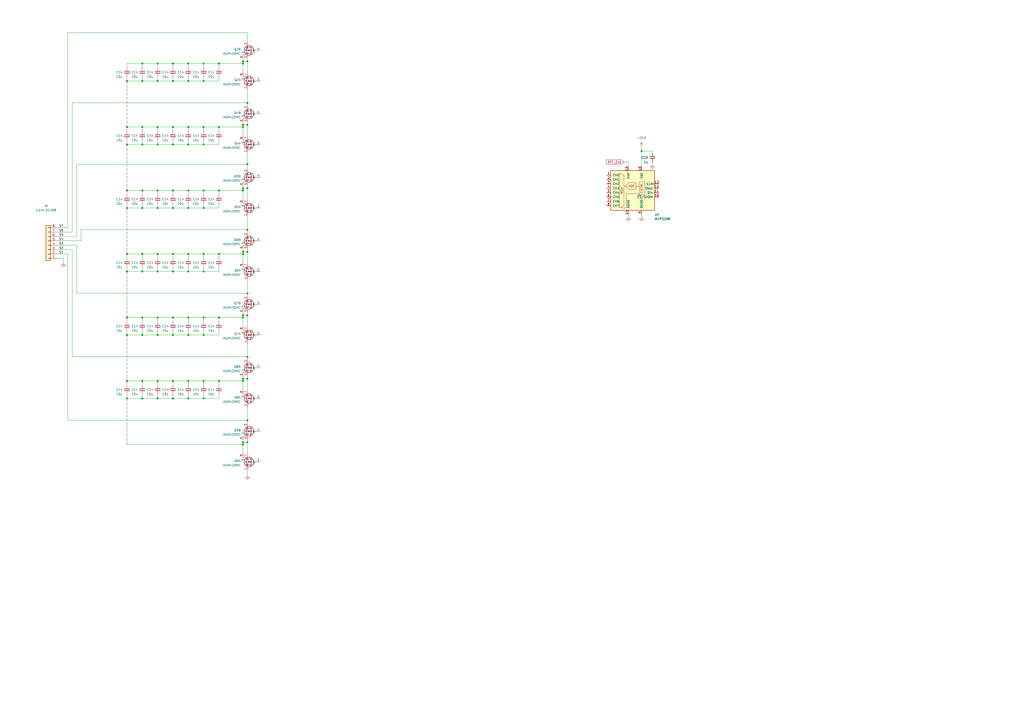
<source format=kicad_sch>
(kicad_sch (version 20230121) (generator eeschema)
  (paper "A2")
  (junction (at 118.11 194.31))
  (junction (at 118.11 220.98))
  (junction (at 118.11 46.99))
  (junction (at 82.55 147.32))
  (junction (at 91.44 110.49))
  (junction (at 82.55 194.31))
  (junction (at 118.11 231.14))
  (junction (at 143.51 207.01))
  (junction (at 100.33 73.66))
  (junction (at 140.97 35.56))
  (junction (at 143.51 35.56))
  (junction (at 118.11 83.82))
  (junction (at 73.66 110.49))
  (junction (at 140.97 257.81))
  (junction (at 91.44 231.14))
  (junction (at 140.97 184.15))
  (junction (at 109.22 36.83))
  (junction (at 91.44 36.83))
  (junction (at 109.22 231.14))
  (junction (at 91.44 157.48))
  (junction (at 82.55 184.15))
  (junction (at 118.11 73.66))
  (junction (at 118.11 120.65))
  (junction (at 127 73.66))
  (junction (at 143.51 243.84))
  (junction (at 82.55 73.66))
  (junction (at 143.51 219.71))
  (junction (at 143.51 256.54))
  (junction (at 73.66 231.14))
  (junction (at 118.11 147.32))
  (junction (at 140.97 110.49))
  (junction (at 100.33 120.65))
  (junction (at 127 147.32))
  (junction (at 143.51 72.39))
  (junction (at 143.51 182.88))
  (junction (at 82.55 157.48))
  (junction (at 73.66 157.48))
  (junction (at 127 36.83))
  (junction (at 140.97 109.22))
  (junction (at 82.55 83.82))
  (junction (at 140.97 220.98))
  (junction (at 109.22 147.32))
  (junction (at 100.33 194.31))
  (junction (at 109.22 194.31))
  (junction (at 100.33 83.82))
  (junction (at 109.22 46.99))
  (junction (at 143.51 170.18))
  (junction (at 109.22 73.66))
  (junction (at 91.44 194.31))
  (junction (at 109.22 110.49))
  (junction (at 91.44 83.82))
  (junction (at 91.44 184.15))
  (junction (at 140.97 147.32))
  (junction (at 143.51 109.22))
  (junction (at 91.44 120.65))
  (junction (at 91.44 46.99))
  (junction (at 143.51 133.35))
  (junction (at 100.33 220.98))
  (junction (at 100.33 231.14))
  (junction (at 127 220.98))
  (junction (at 100.33 184.15))
  (junction (at 109.22 120.65))
  (junction (at 73.66 147.32))
  (junction (at 73.66 120.65))
  (junction (at 73.66 184.15))
  (junction (at 91.44 220.98))
  (junction (at 82.55 110.49))
  (junction (at 91.44 73.66))
  (junction (at 118.11 110.49))
  (junction (at 143.51 146.05))
  (junction (at 82.55 36.83))
  (junction (at 127 110.49))
  (junction (at 118.11 157.48))
  (junction (at 140.97 72.39))
  (junction (at 118.11 184.15))
  (junction (at 143.51 95.25))
  (junction (at 140.97 73.66))
  (junction (at 73.66 83.82))
  (junction (at 100.33 36.83))
  (junction (at 109.22 220.98))
  (junction (at 109.22 184.15))
  (junction (at 140.97 182.88))
  (junction (at 73.66 220.98))
  (junction (at 143.51 59.69))
  (junction (at 100.33 46.99))
  (junction (at 140.97 219.71))
  (junction (at 91.44 147.32))
  (junction (at 73.66 73.66))
  (junction (at 100.33 157.48))
  (junction (at 109.22 83.82))
  (junction (at 118.11 36.83))
  (junction (at 140.97 256.54))
  (junction (at 372.11 87.63))
  (junction (at 100.33 110.49))
  (junction (at 82.55 46.99))
  (junction (at 73.66 46.99))
  (junction (at 127 184.15))
  (junction (at 82.55 231.14))
  (junction (at 82.55 220.98))
  (junction (at 100.33 147.32))
  (junction (at 82.55 120.65))
  (junction (at 140.97 146.05))
  (junction (at 109.22 157.48))
  (junction (at 73.66 194.31))
  (junction (at 140.97 36.83))
  (wire (pts (xy 140.97 218.44) (xy 140.97 219.71)))
  (wire (pts (xy 91.44 184.15) (xy 100.33 184.15)))
  (wire (pts (xy 127 220.98) (xy 127 223.52)))
  (wire (pts (xy 73.66 223.52) (xy 73.66 220.98)))
  (wire (pts (xy 143.51 236.22) (xy 143.51 243.84)))
  (wire (pts (xy 109.22 223.52) (xy 109.22 220.98)))
  (wire (pts (xy 100.33 81.28) (xy 100.33 83.82)))
  (wire (pts (xy 82.55 154.94) (xy 82.55 157.48)))
  (wire (pts (xy 39.37 19.05) (xy 143.51 19.05)))
  (wire (pts (xy 91.44 220.98) (xy 100.33 220.98)))
  (wire (pts (xy 143.51 95.25) (xy 143.51 97.79)))
  (wire (pts (xy 73.66 36.83) (xy 82.55 36.83)))
  (wire (pts (xy 118.11 110.49) (xy 118.11 113.03)))
  (wire (pts (xy 73.66 147.32) (xy 82.55 147.32)))
  (wire (pts (xy 143.51 59.69) (xy 143.51 60.96)))
  (wire (pts (xy 82.55 44.45) (xy 82.55 46.99)))
  (wire (pts (xy 118.11 83.82) (xy 118.11 81.28)))
  (wire (pts (xy 41.91 144.78) (xy 41.91 207.01)))
  (wire (pts (xy 33.02 144.78) (xy 41.91 144.78)))
  (wire (pts (xy 73.66 73.66) (xy 82.55 73.66)))
  (wire (pts (xy 364.49 124.46) (xy 364.49 125.73)))
  (wire (pts (xy 73.66 46.99) (xy 82.55 46.99)))
  (wire (pts (xy 143.51 19.05) (xy 143.51 24.13)))
  (wire (pts (xy 140.97 181.61) (xy 140.97 182.88)))
  (wire (pts (xy 100.33 73.66) (xy 109.22 73.66)))
  (wire (pts (xy 73.66 231.14) (xy 73.66 257.81)) (stroke (width 0) (type dash) (color 0 72 0 1)))
  (wire (pts (xy 33.02 139.7) (xy 46.99 139.7)))
  (wire (pts (xy 364.49 93.98) (xy 364.49 96.52)))
  (wire (pts (xy 73.66 120.65) (xy 73.66 118.11)))
  (wire (pts (xy 82.55 194.31) (xy 91.44 194.31)))
  (wire (pts (xy 73.66 46.99) (xy 73.66 44.45)))
  (wire (pts (xy 143.51 35.56) (xy 143.51 41.91)))
  (wire (pts (xy 118.11 36.83) (xy 127 36.83)))
  (wire (pts (xy 378.46 95.25) (xy 378.46 93.98)))
  (wire (pts (xy 33.02 137.16) (xy 44.45 137.16)))
  (wire (pts (xy 100.33 154.94) (xy 100.33 157.48)))
  (wire (pts (xy 91.44 120.65) (xy 91.44 118.11)))
  (wire (pts (xy 91.44 231.14) (xy 91.44 228.6)))
  (wire (pts (xy 118.11 220.98) (xy 118.11 223.52)))
  (wire (pts (xy 127 73.66) (xy 127 76.2)))
  (wire (pts (xy 91.44 39.37) (xy 91.44 36.83)))
  (wire (pts (xy 143.51 35.56) (xy 140.97 35.56)))
  (wire (pts (xy 82.55 83.82) (xy 91.44 83.82)))
  (wire (pts (xy 91.44 231.14) (xy 100.33 231.14)))
  (wire (pts (xy 143.51 255.27) (xy 143.51 256.54)))
  (wire (pts (xy 143.51 107.95) (xy 143.51 109.22)))
  (wire (pts (xy 143.51 219.71) (xy 143.51 226.06)))
  (wire (pts (xy 73.66 120.65) (xy 82.55 120.65)))
  (wire (pts (xy 118.11 110.49) (xy 127 110.49)))
  (wire (pts (xy 143.51 199.39) (xy 143.51 207.01)))
  (wire (pts (xy 127 191.77) (xy 127 194.31)))
  (wire (pts (xy 36.83 149.86) (xy 33.02 149.86)))
  (wire (pts (xy 100.33 194.31) (xy 109.22 194.31)))
  (wire (pts (xy 109.22 120.65) (xy 118.11 120.65)))
  (wire (pts (xy 109.22 39.37) (xy 109.22 36.83)))
  (wire (pts (xy 46.99 133.35) (xy 143.51 133.35)))
  (wire (pts (xy 100.33 228.6) (xy 100.33 231.14)))
  (wire (pts (xy 91.44 147.32) (xy 100.33 147.32)))
  (wire (pts (xy 140.97 144.78) (xy 140.97 146.05)))
  (wire (pts (xy 82.55 73.66) (xy 82.55 76.2)))
  (wire (pts (xy 73.66 46.99) (xy 73.66 73.66)) (stroke (width 0) (type dash) (color 0 72 0 1)))
  (wire (pts (xy 100.33 73.66) (xy 100.33 76.2)))
  (wire (pts (xy 143.51 146.05) (xy 140.97 146.05)))
  (wire (pts (xy 143.51 256.54) (xy 140.97 256.54)))
  (wire (pts (xy 82.55 36.83) (xy 91.44 36.83)))
  (wire (pts (xy 109.22 83.82) (xy 118.11 83.82)))
  (wire (pts (xy 127 36.83) (xy 140.97 36.83)))
  (wire (pts (xy 143.51 133.35) (xy 143.51 134.62)))
  (wire (pts (xy 82.55 231.14) (xy 91.44 231.14)))
  (wire (pts (xy 44.45 142.24) (xy 44.45 170.18)))
  (wire (pts (xy 91.44 194.31) (xy 91.44 191.77)))
  (wire (pts (xy 143.51 182.88) (xy 140.97 182.88)))
  (wire (pts (xy 143.51 146.05) (xy 143.51 152.4)))
  (wire (pts (xy 109.22 46.99) (xy 109.22 44.45)))
  (wire (pts (xy 143.51 88.9) (xy 143.51 95.25)))
  (wire (pts (xy 140.97 147.32) (xy 140.97 152.4)))
  (wire (pts (xy 109.22 36.83) (xy 118.11 36.83)))
  (wire (pts (xy 140.97 219.71) (xy 140.97 220.98)))
  (wire (pts (xy 140.97 256.54) (xy 140.97 257.81)))
  (wire (pts (xy 118.11 36.83) (xy 118.11 39.37)))
  (wire (pts (xy 33.02 147.32) (xy 39.37 147.32)))
  (wire (pts (xy 100.33 46.99) (xy 109.22 46.99)))
  (wire (pts (xy 140.97 220.98) (xy 140.97 226.06)))
  (wire (pts (xy 91.44 73.66) (xy 100.33 73.66)))
  (wire (pts (xy 100.33 110.49) (xy 109.22 110.49)))
  (wire (pts (xy 33.02 134.62) (xy 41.91 134.62)))
  (wire (pts (xy 118.11 73.66) (xy 127 73.66)))
  (wire (pts (xy 46.99 139.7) (xy 46.99 133.35)))
  (wire (pts (xy 143.51 207.01) (xy 143.51 208.28)))
  (wire (pts (xy 82.55 120.65) (xy 91.44 120.65)))
  (wire (pts (xy 118.11 194.31) (xy 127 194.31)))
  (wire (pts (xy 82.55 228.6) (xy 82.55 231.14)))
  (wire (pts (xy 143.51 109.22) (xy 143.51 115.57)))
  (wire (pts (xy 118.11 194.31) (xy 118.11 191.77)))
  (wire (pts (xy 118.11 46.99) (xy 127 46.99)))
  (wire (pts (xy 44.45 95.25) (xy 143.51 95.25)))
  (wire (pts (xy 127 147.32) (xy 127 149.86)))
  (wire (pts (xy 118.11 157.48) (xy 127 157.48)))
  (wire (pts (xy 73.66 220.98) (xy 82.55 220.98)))
  (wire (pts (xy 82.55 184.15) (xy 82.55 186.69)))
  (wire (pts (xy 140.97 184.15) (xy 140.97 189.23)))
  (wire (pts (xy 41.91 134.62) (xy 41.91 59.69)))
  (wire (pts (xy 100.33 44.45) (xy 100.33 46.99)))
  (wire (pts (xy 118.11 220.98) (xy 127 220.98)))
  (wire (pts (xy 73.66 184.15) (xy 82.55 184.15)))
  (wire (pts (xy 109.22 73.66) (xy 118.11 73.66)))
  (wire (pts (xy 91.44 76.2) (xy 91.44 73.66)))
  (wire (pts (xy 100.33 184.15) (xy 100.33 186.69)))
  (wire (pts (xy 140.97 73.66) (xy 140.97 78.74)))
  (wire (pts (xy 82.55 147.32) (xy 82.55 149.86)))
  (wire (pts (xy 73.66 149.86) (xy 73.66 147.32)))
  (wire (pts (xy 127 228.6) (xy 127 231.14)))
  (wire (pts (xy 378.46 87.63) (xy 372.11 87.63)))
  (wire (pts (xy 109.22 220.98) (xy 118.11 220.98)))
  (wire (pts (xy 118.11 120.65) (xy 127 120.65)))
  (wire (pts (xy 73.66 76.2) (xy 73.66 73.66)))
  (wire (pts (xy 73.66 39.37) (xy 73.66 36.83)))
  (wire (pts (xy 73.66 157.48) (xy 82.55 157.48)))
  (wire (pts (xy 140.97 146.05) (xy 140.97 147.32)))
  (wire (pts (xy 127 220.98) (xy 140.97 220.98)))
  (wire (pts (xy 127 184.15) (xy 127 186.69)))
  (wire (pts (xy 100.33 157.48) (xy 109.22 157.48)))
  (wire (pts (xy 127 81.28) (xy 127 83.82)))
  (wire (pts (xy 109.22 194.31) (xy 109.22 191.77)))
  (wire (pts (xy 82.55 110.49) (xy 91.44 110.49)))
  (wire (pts (xy 109.22 83.82) (xy 109.22 81.28)))
  (wire (pts (xy 109.22 113.03) (xy 109.22 110.49)))
  (wire (pts (xy 109.22 184.15) (xy 118.11 184.15)))
  (wire (pts (xy 100.33 36.83) (xy 109.22 36.83)))
  (wire (pts (xy 140.97 182.88) (xy 140.97 184.15)))
  (wire (pts (xy 91.44 223.52) (xy 91.44 220.98)))
  (wire (pts (xy 143.51 125.73) (xy 143.51 133.35)))
  (wire (pts (xy 118.11 83.82) (xy 127 83.82)))
  (wire (pts (xy 378.46 88.9) (xy 378.46 87.63)))
  (wire (pts (xy 91.44 186.69) (xy 91.44 184.15)))
  (wire (pts (xy 73.66 83.82) (xy 73.66 110.49)) (stroke (width 0) (type dash) (color 0 72 0 1)))
  (wire (pts (xy 143.51 144.78) (xy 143.51 146.05)))
  (wire (pts (xy 100.33 220.98) (xy 100.33 223.52)))
  (wire (pts (xy 39.37 243.84) (xy 143.51 243.84)))
  (wire (pts (xy 127 184.15) (xy 140.97 184.15)))
  (wire (pts (xy 127 44.45) (xy 127 46.99)))
  (wire (pts (xy 143.51 182.88) (xy 143.51 189.23)))
  (wire (pts (xy 143.51 162.56) (xy 143.51 170.18)))
  (wire (pts (xy 143.51 72.39) (xy 140.97 72.39)))
  (wire (pts (xy 109.22 231.14) (xy 118.11 231.14)))
  (wire (pts (xy 143.51 71.12) (xy 143.51 72.39)))
  (wire (pts (xy 109.22 157.48) (xy 109.22 154.94)))
  (wire (pts (xy 100.33 110.49) (xy 100.33 113.03)))
  (wire (pts (xy 118.11 73.66) (xy 118.11 76.2)))
  (wire (pts (xy 143.51 52.07) (xy 143.51 59.69)))
  (wire (pts (xy 91.44 157.48) (xy 91.44 154.94)))
  (wire (pts (xy 143.51 218.44) (xy 143.51 219.71)))
  (wire (pts (xy 82.55 157.48) (xy 91.44 157.48)))
  (wire (pts (xy 73.66 110.49) (xy 82.55 110.49)))
  (wire (pts (xy 109.22 149.86) (xy 109.22 147.32)))
  (wire (pts (xy 109.22 231.14) (xy 109.22 228.6)))
  (wire (pts (xy 140.97 71.12) (xy 140.97 72.39)))
  (wire (pts (xy 143.51 219.71) (xy 140.97 219.71)))
  (wire (pts (xy 143.51 256.54) (xy 143.51 262.89)))
  (wire (pts (xy 100.33 184.15) (xy 109.22 184.15)))
  (wire (pts (xy 73.66 113.03) (xy 73.66 110.49)))
  (wire (pts (xy 109.22 110.49) (xy 118.11 110.49)))
  (wire (pts (xy 140.97 34.29) (xy 140.97 35.56)))
  (wire (pts (xy 100.33 83.82) (xy 109.22 83.82)))
  (wire (pts (xy 140.97 36.83) (xy 140.97 41.91)))
  (wire (pts (xy 361.95 93.98) (xy 364.49 93.98)))
  (wire (pts (xy 118.11 184.15) (xy 118.11 186.69)))
  (wire (pts (xy 143.51 170.18) (xy 143.51 171.45)))
  (wire (pts (xy 127 110.49) (xy 127 113.03)))
  (wire (pts (xy 73.66 157.48) (xy 73.66 184.15)) (stroke (width 0) (type dash) (color 0 72 0 1)))
  (wire (pts (xy 100.33 191.77) (xy 100.33 194.31)))
  (wire (pts (xy 118.11 147.32) (xy 118.11 149.86)))
  (wire (pts (xy 118.11 231.14) (xy 127 231.14)))
  (wire (pts (xy 73.66 186.69) (xy 73.66 184.15)))
  (wire (pts (xy 109.22 147.32) (xy 118.11 147.32)))
  (wire (pts (xy 91.44 110.49) (xy 100.33 110.49)))
  (wire (pts (xy 44.45 170.18) (xy 143.51 170.18)))
  (wire (pts (xy 82.55 110.49) (xy 82.55 113.03)))
  (wire (pts (xy 73.66 83.82) (xy 82.55 83.82)))
  (wire (pts (xy 73.66 83.82) (xy 73.66 81.28)))
  (wire (pts (xy 140.97 255.27) (xy 140.97 256.54)))
  (wire (pts (xy 39.37 147.32) (xy 39.37 243.84)))
  (wire (pts (xy 91.44 120.65) (xy 100.33 120.65)))
  (wire (pts (xy 140.97 110.49) (xy 140.97 115.57)))
  (wire (pts (xy 73.66 194.31) (xy 73.66 191.77)))
  (wire (pts (xy 91.44 83.82) (xy 100.33 83.82)))
  (wire (pts (xy 109.22 186.69) (xy 109.22 184.15)))
  (wire (pts (xy 127 73.66) (xy 140.97 73.66)))
  (wire (pts (xy 118.11 46.99) (xy 118.11 44.45)))
  (wire (pts (xy 82.55 184.15) (xy 91.44 184.15)))
  (wire (pts (xy 372.11 124.46) (xy 372.11 125.73)))
  (wire (pts (xy 372.11 85.09) (xy 372.11 87.63)))
  (wire (pts (xy 82.55 46.99) (xy 91.44 46.99)))
  (wire (pts (xy 91.44 36.83) (xy 100.33 36.83)))
  (wire (pts (xy 140.97 109.22) (xy 140.97 110.49)))
  (wire (pts (xy 118.11 147.32) (xy 127 147.32)))
  (wire (pts (xy 143.51 243.84) (xy 143.51 245.11)))
  (wire (pts (xy 82.55 220.98) (xy 91.44 220.98)))
  (wire (pts (xy 109.22 46.99) (xy 118.11 46.99)))
  (wire (pts (xy 91.44 113.03) (xy 91.44 110.49)))
  (wire (pts (xy 140.97 107.95) (xy 140.97 109.22)))
  (wire (pts (xy 100.33 147.32) (xy 100.33 149.86)))
  (wire (pts (xy 82.55 220.98) (xy 82.55 223.52)))
  (wire (pts (xy 100.33 147.32) (xy 109.22 147.32)))
  (wire (pts (xy 73.66 194.31) (xy 73.66 220.98)) (stroke (width 0) (type dash) (color 0 72 0 1)))
  (wire (pts (xy 91.44 194.31) (xy 100.33 194.31)))
  (wire (pts (xy 91.44 83.82) (xy 91.44 81.28)))
  (wire (pts (xy 109.22 157.48) (xy 118.11 157.48)))
  (wire (pts (xy 41.91 59.69) (xy 143.51 59.69)))
  (wire (pts (xy 73.66 157.48) (xy 73.66 154.94)))
  (wire (pts (xy 73.66 120.65) (xy 73.66 147.32)) (stroke (width 0) (type dash) (color 0 72 0 1)))
  (wire (pts (xy 109.22 120.65) (xy 109.22 118.11)))
  (wire (pts (xy 127 154.94) (xy 127 157.48)))
  (wire (pts (xy 143.51 109.22) (xy 140.97 109.22)))
  (wire (pts (xy 91.44 46.99) (xy 91.44 44.45)))
  (wire (pts (xy 82.55 147.32) (xy 91.44 147.32)))
  (wire (pts (xy 39.37 132.08) (xy 39.37 19.05)))
  (wire (pts (xy 73.66 257.81) (xy 140.97 257.81)))
  (wire (pts (xy 91.44 149.86) (xy 91.44 147.32)))
  (wire (pts (xy 36.83 149.86) (xy 36.83 152.4)))
  (wire (pts (xy 91.44 157.48) (xy 100.33 157.48)))
  (wire (pts (xy 100.33 36.83) (xy 100.33 39.37)))
  (wire (pts (xy 41.91 207.01) (xy 143.51 207.01)))
  (wire (pts (xy 143.51 181.61) (xy 143.51 182.88)))
  (wire (pts (xy 91.44 46.99) (xy 100.33 46.99)))
  (wire (pts (xy 109.22 76.2) (xy 109.22 73.66)))
  (wire (pts (xy 100.33 231.14) (xy 109.22 231.14)))
  (wire (pts (xy 140.97 72.39) (xy 140.97 73.66)))
  (wire (pts (xy 127 118.11) (xy 127 120.65)))
  (wire (pts (xy 82.55 81.28) (xy 82.55 83.82)))
  (wire (pts (xy 44.45 137.16) (xy 44.45 95.25)))
  (wire (pts (xy 143.51 34.29) (xy 143.51 35.56)))
  (wire (pts (xy 73.66 194.31) (xy 82.55 194.31)))
  (wire (pts (xy 100.33 220.98) (xy 109.22 220.98)))
  (wire (pts (xy 127 36.83) (xy 127 39.37)))
  (wire (pts (xy 73.66 231.14) (xy 73.66 228.6)))
  (wire (pts (xy 33.02 142.24) (xy 44.45 142.24)))
  (wire (pts (xy 143.51 72.39) (xy 143.51 78.74)))
  (wire (pts (xy 143.51 273.05) (xy 143.51 275.59)))
  (wire (pts (xy 33.02 132.08) (xy 39.37 132.08)))
  (wire (pts (xy 140.97 257.81) (xy 140.97 262.89)))
  (wire (pts (xy 109.22 194.31) (xy 118.11 194.31)))
  (wire (pts (xy 127 147.32) (xy 140.97 147.32)))
  (wire (pts (xy 140.97 35.56) (xy 140.97 36.83)))
  (wire (pts (xy 100.33 118.11) (xy 100.33 120.65)))
  (wire (pts (xy 118.11 120.65) (xy 118.11 118.11)))
  (wire (pts (xy 118.11 157.48) (xy 118.11 154.94)))
  (wire (pts (xy 100.33 120.65) (xy 109.22 120.65)))
  (wire (pts (xy 82.55 118.11) (xy 82.55 120.65)))
  (wire (pts (xy 82.55 36.83) (xy 82.55 39.37)))
  (wire (pts (xy 118.11 184.15) (xy 127 184.15)))
  (wire (pts (xy 73.66 231.14) (xy 82.55 231.14)))
  (wire (pts (xy 127 110.49) (xy 140.97 110.49)))
  (wire (pts (xy 82.55 73.66) (xy 91.44 73.66)))
  (wire (pts (xy 82.55 191.77) (xy 82.55 194.31)))
  (wire (pts (xy 372.11 87.63) (xy 372.11 96.52)))
  (wire (pts (xy 118.11 231.14) (xy 118.11 228.6)))
  (label "S3" (at 36.83 142.24 180))
  (label "S1" (at 36.83 147.32 180))
  (label "S6" (at 36.83 134.62 180))
  (label "S7" (at 36.83 132.08 180))
  (label "S4" (at 36.83 139.7 180))
  (label "S2" (at 36.83 144.78 180))
  (label "S5" (at 36.83 137.16 180))
  (global_label "REF_2v5" (shape input) (at 361.95 93.98 180) (property "Intersheetrefs" "${INTERSHEET_REFS}" (effects hide)))
  (symbol (lib_id "Device:C_Small") (at 100.33 226.06 0) (unit 1)
    (property "Reference" "C14" (at 93.98 226.06 0) (effects (justify left)))
    (property "Value" "10u" (at 93.98 228.6 0) (effects (justify left)))
    (property "Footprint" "Capacitor_SMD:C_0603_1608Metric" (effects hide))
    (property "LCSC" "C96446" (effects hide))
    (instances (project "Ethernet_switch_4out" (path "" (reference "C14") (unit 1))) (project "cross_band_handy_walkie_talkie_ES8388" (path "" (reference "C4") (unit 1))) (project "Small_load_V1" (path "" (reference "C52") (unit 1))) (project "ESP32_dual_ESC" (path "" (reference "C10") (unit 1)) (path "" (reference "C62") (unit 1))))
  )
  (symbol (lib_id "Device:C_Small") (at 378.46 91.44 180) (unit 1)
    (property "Reference" "C33" (at 375.92 91.44 0) (effects (justify left)))
    (property "Value" "1u" (at 375.92 93.98 0) (effects (justify left)))
    (property "Footprint" "Capacitor_SMD:C_0402_1005Metric" (effects hide))
    (property "LCSC" "C52923" (effects hide))
    (instances (project "Ethernet_switch_4out" (path "" (reference "C33") (unit 1)) (path "" (reference "C59") (unit 1))) (project "cross_band_handy_walkie_talkie_ES8388" (path "" (reference "C5") (unit 1))) (project "Small_load_V1" (path "" (reference "C4") (unit 1)) (path "" (reference "C4") (unit 1))))
  )
  (symbol (lib_id "Device:C_Small") (at 127 78.74 0) (unit 1)
    (property "Reference" "C14" (at 120.65 78.74 0) (effects (justify left)))
    (property "Value" "10u" (at 120.65 81.28 0) (effects (justify left)))
    (property "Footprint" "Capacitor_SMD:C_0603_1608Metric" (effects hide))
    (property "LCSC" "C96446" (effects hide))
    (instances (project "Ethernet_switch_4out" (path "" (reference "C14") (unit 1))) (project "cross_band_handy_walkie_talkie_ES8388" (path "" (reference "C4") (unit 1))) (project "Small_load_V1" (path "" (reference "C25") (unit 1))) (project "ESP32_dual_ESC" (path "" (reference "C10") (unit 1)) (path "" (reference "C37") (unit 1))))
  )
  (symbol (lib_id "power:GND") (at 378.46 95.25 0) (mirror y) (unit 1)
    (property "Reference" "#PWR079" (effects hide))
    (property "Value" "GND" (effects hide))
    (instances (project "Ethernet_switch_4out" (path "" (reference "#PWR079") (unit 1)) (path "" (reference "#PWR0166") (unit 1))) (project "cross_band_handy_walkie_talkie_ES8388" (path "" (reference "#PWR045") (unit 1))) (project "Small_load_V1" (path "" (reference "#PWR026") (unit 1)) (path "" (reference "#PWR024") (unit 1))))
  )
  (symbol (lib_id "My_custom_lib:AGM420MC") (at 143.51 83.82 0) (mirror y) (unit 1)
    (property "Reference" "Q4" (at 139.7 83.185 0) (effects (justify left)))
    (property "Value" "AGM420MC" (at 139.7 85.725 0) (effects (justify left)))
    (property "Footprint" "Package_SO:SOIC-8_3.9x4.9mm_P1.27mm" (effects hide))
    (property "Datasheet" "https://datasheet.lcsc.com/lcsc/2212011530_AGM-Semi-AGM420MC_C5297501.pdf" (effects hide))
    (property "LCSC" "C5297501" (effects hide))
    (instances (project "Small_load_V1" (path "" (reference "Q4") (unit 1))) (project "ESP32_dual_ESC" (path "" (reference "Q18") (unit 1))))
  )
  (symbol (lib_id "Device:C_Small") (at 109.22 41.91 0) (unit 1)
    (property "Reference" "C14" (at 102.87 41.91 0) (effects (justify left)))
    (property "Value" "10u" (at 102.87 44.45 0) (effects (justify left)))
    (property "Footprint" "Capacitor_SMD:C_0603_1608Metric" (effects hide))
    (property "LCSC" "C96446" (effects hide))
    (instances (project "Ethernet_switch_4out" (path "" (reference "C14") (unit 1))) (project "cross_band_handy_walkie_talkie_ES8388" (path "" (reference "C4") (unit 1))) (project "Small_load_V1" (path "" (reference "C12") (unit 1))) (project "ESP32_dual_ESC" (path "" (reference "C10") (unit 1)) (path "" (reference "C27") (unit 1))))
  )
  (symbol (lib_id "Device:C_Small") (at 127 189.23 0) (unit 1)
    (property "Reference" "C14" (at 120.65 189.23 0) (effects (justify left)))
    (property "Value" "10u" (at 120.65 191.77 0) (effects (justify left)))
    (property "Footprint" "Capacitor_SMD:C_0603_1608Metric" (effects hide))
    (property "LCSC" "C96446" (effects hide))
    (instances (project "Ethernet_switch_4out" (path "" (reference "C14") (unit 1))) (project "cross_band_handy_walkie_talkie_ES8388" (path "" (reference "C4") (unit 1))) (project "Small_load_V1" (path "" (reference "C48") (unit 1))) (project "ESP32_dual_ESC" (path "" (reference "C10") (unit 1)) (path "" (reference "C58") (unit 1))))
  )
  (symbol (lib_id "My_custom_lib:AGM420MC") (at 143.51 194.31 0) (mirror y) (unit 1)
    (property "Reference" "Q7" (at 139.7 193.675 0) (effects (justify left)))
    (property "Value" "AGM420MC" (at 139.7 196.215 0) (effects (justify left)))
    (property "Footprint" "Package_SO:SOIC-8_3.9x4.9mm_P1.27mm" (effects hide))
    (property "Datasheet" "https://datasheet.lcsc.com/lcsc/2212011530_AGM-Semi-AGM420MC_C5297501.pdf" (effects hide))
    (property "LCSC" "C5297501" (effects hide))
    (instances (project "Small_load_V1" (path "" (reference "Q7") (unit 1))) (project "ESP32_dual_ESC" (path "" (reference "Q16") (unit 1))))
  )
  (symbol (lib_id "power:GND") (at 364.49 125.73 0) (mirror y) (unit 1)
    (property "Reference" "#PWR0157" (effects hide))
    (property "Value" "GND" (effects hide))
    (instances (project "Ethernet_switch_4out" (path "" (reference "#PWR0157") (unit 1))) (project "cross_band_handy_walkie_talkie_ES8388" (path "" (reference "#PWR05") (unit 1))) (project "Small_load_V1" (path "" (reference "#PWR023") (unit 1)) (path "" (reference "#PWR025") (unit 1))))
  )
  (symbol (lib_id "power:+3V3") (at 372.11 85.09 0) (mirror y) (unit 1)
    (property "Reference" "#PWR0136" (effects hide))
    (property "Value" "+3V3" (at 372.11 80.01 0))
    (instances (project "Ethernet_switch_4out" (path "" (reference "#PWR0136") (unit 1)) (path "" (reference "#PWR0167") (unit 1))) (project "cross_band_handy_walkie_talkie_ES8388" (path "" (reference "#PWR010") (unit 1))) (project "Small_load_V1" (path "" (reference "#PWR025") (unit 1)) (path "" (reference "#PWR023") (unit 1))))
  )
  (symbol (lib_id "My_custom_lib:AGM420MC") (at 143.51 29.21 0) (mirror y) (unit 2)
    (property "Reference" "Q2" (at 139.7 28.575 0) (effects (justify left)))
    (property "Value" "AGM420MC" (at 139.7 31.115 0) (effects (justify left)))
    (property "Footprint" "Package_SO:SOIC-8_3.9x4.9mm_P1.27mm" (effects hide))
    (property "Datasheet" "https://datasheet.lcsc.com/lcsc/2212011530_AGM-Semi-AGM420MC_C5297501.pdf" (effects hide))
    (property "LCSC" "C5297501" (effects hide))
    (instances (project "Small_load_V1" (path "" (reference "Q2") (unit 2))) (project "ESP32_dual_ESC" (path "" (reference "Q17") (unit 2))))
  )
  (symbol (lib_id "Device:C_Small") (at 118.11 152.4 0) (unit 1)
    (property "Reference" "C14" (at 111.76 152.4 0) (effects (justify left)))
    (property "Value" "10u" (at 111.76 154.94 0) (effects (justify left)))
    (property "Footprint" "Capacitor_SMD:C_0603_1608Metric" (effects hide))
    (property "LCSC" "C96446" (effects hide))
    (instances (project "Ethernet_switch_4out" (path "" (reference "C14") (unit 1))) (project "cross_band_handy_walkie_talkie_ES8388" (path "" (reference "C4") (unit 1))) (project "Small_load_V1" (path "" (reference "C40") (unit 1))) (project "ESP32_dual_ESC" (path "" (reference "C10") (unit 1)) (path "" (reference "C50") (unit 1))))
  )
  (symbol (lib_id "Device:C_Small") (at 118.11 78.74 0) (unit 1)
    (property "Reference" "C14" (at 111.76 78.74 0) (effects (justify left)))
    (property "Value" "10u" (at 111.76 81.28 0) (effects (justify left)))
    (property "Footprint" "Capacitor_SMD:C_0603_1608Metric" (effects hide))
    (property "LCSC" "C96446" (effects hide))
    (instances (project "Ethernet_switch_4out" (path "" (reference "C14") (unit 1))) (project "cross_band_handy_walkie_talkie_ES8388" (path "" (reference "C4") (unit 1))) (project "Small_load_V1" (path "" (reference "C24") (unit 1))) (project "ESP32_dual_ESC" (path "" (reference "C10") (unit 1)) (path "" (reference "C36") (unit 1))))
  )
  (symbol (lib_id "Device:C_Small") (at 127 115.57 0) (unit 1)
    (property "Reference" "C14" (at 120.65 115.57 0) (effects (justify left)))
    (property "Value" "10u" (at 120.65 118.11 0) (effects (justify left)))
    (property "Footprint" "Capacitor_SMD:C_0603_1608Metric" (effects hide))
    (property "LCSC" "C96446" (effects hide))
    (instances (project "Ethernet_switch_4out" (path "" (reference "C14") (unit 1))) (project "cross_band_handy_walkie_talkie_ES8388" (path "" (reference "C4") (unit 1))) (project "Small_load_V1" (path "" (reference "C34") (unit 1))) (project "ESP32_dual_ESC" (path "" (reference "C10") (unit 1)) (path "" (reference "C44") (unit 1))))
  )
  (symbol (lib_id "Device:C_Small") (at 100.33 78.74 0) (unit 1)
    (property "Reference" "C14" (at 93.98 78.74 0) (effects (justify left)))
    (property "Value" "10u" (at 93.98 81.28 0) (effects (justify left)))
    (property "Footprint" "Capacitor_SMD:C_0603_1608Metric" (effects hide))
    (property "LCSC" "C96446" (effects hide))
    (instances (project "Ethernet_switch_4out" (path "" (reference "C14") (unit 1))) (project "cross_band_handy_walkie_talkie_ES8388" (path "" (reference "C4") (unit 1))) (project "Small_load_V1" (path "" (reference "C18") (unit 1))) (project "ESP32_dual_ESC" (path "" (reference "C10") (unit 1)) (path "" (reference "C34") (unit 1))))
  )
  (symbol (lib_id "Device:C_Small") (at 118.11 41.91 0) (unit 1)
    (property "Reference" "C14" (at 111.76 41.91 0) (effects (justify left)))
    (property "Value" "10u" (at 111.76 44.45 0) (effects (justify left)))
    (property "Footprint" "Capacitor_SMD:C_0603_1608Metric" (effects hide))
    (property "LCSC" "C96446" (effects hide))
    (instances (project "Ethernet_switch_4out" (path "" (reference "C14") (unit 1))) (project "cross_band_handy_walkie_talkie_ES8388" (path "" (reference "C4") (unit 1))) (project "Small_load_V1" (path "" (reference "C13") (unit 1))) (project "ESP32_dual_ESC" (path "" (reference "C10") (unit 1)) (path "" (reference "C24") (unit 1))))
  )
  (symbol (lib_id "Device:C_Small") (at 73.66 78.74 0) (unit 1)
    (property "Reference" "C14" (at 67.31 78.74 0) (effects (justify left)))
    (property "Value" "10u" (at 67.31 81.28 0) (effects (justify left)))
    (property "Footprint" "Capacitor_SMD:C_0603_1608Metric" (effects hide))
    (property "LCSC" "C96446" (effects hide))
    (instances (project "Ethernet_switch_4out" (path "" (reference "C14") (unit 1))) (project "cross_band_handy_walkie_talkie_ES8388" (path "" (reference "C4") (unit 1))) (project "Small_load_V1" (path "" (reference "C15") (unit 1))) (project "ESP32_dual_ESC" (path "" (reference "C10") (unit 1)) (path "" (reference "C31") (unit 1))))
  )
  (symbol (lib_id "Connector_Generic:Conn_01x08") (at 27.94 142.24 180) (unit 1)
    (property "Reference" "J6" (at 26.67 119.38 0))
    (property "Value" "Conn_01x08" (at 26.67 121.92 0))
    (property "Footprint" "Connector_PinHeader_2.54mm:PinHeader_1x08_P2.54mm_Vertical" (effects hide))
    (instances (project "Small_load_V1" (path "" (reference "J6") (unit 1))) (project "ESP32_dual_ESC" (path "" (reference "J16") (unit 1))))
  )
  (symbol (lib_id "Device:C_Small") (at 82.55 41.91 0) (unit 1)
    (property "Reference" "C14" (at 76.2 41.91 0) (effects (justify left)))
    (property "Value" "10u" (at 76.2 44.45 0) (effects (justify left)))
    (property "Footprint" "Capacitor_SMD:C_0603_1608Metric" (effects hide))
    (property "LCSC" "C96446" (effects hide))
    (instances (project "Ethernet_switch_4out" (path "" (reference "C14") (unit 1))) (project "cross_band_handy_walkie_talkie_ES8388" (path "" (reference "C4") (unit 1))) (project "Small_load_V1" (path "" (reference "C9") (unit 1))) (project "ESP32_dual_ESC" (path "" (reference "C10") (unit 1)) (path "" (reference "C29") (unit 1))))
  )
  (symbol (lib_id "Device:C_Small") (at 73.66 152.4 0) (unit 1)
    (property "Reference" "C14" (at 67.31 152.4 0) (effects (justify left)))
    (property "Value" "10u" (at 67.31 154.94 0) (effects (justify left)))
    (property "Footprint" "Capacitor_SMD:C_0603_1608Metric" (effects hide))
    (property "LCSC" "C96446" (effects hide))
    (instances (project "Ethernet_switch_4out" (path "" (reference "C14") (unit 1))) (project "cross_band_handy_walkie_talkie_ES8388" (path "" (reference "C4") (unit 1))) (project "Small_load_V1" (path "" (reference "C35") (unit 1))) (project "ESP32_dual_ESC" (path "" (reference "C10") (unit 1)) (path "" (reference "C45") (unit 1))))
  )
  (symbol (lib_id "Device:C_Small") (at 73.66 226.06 0) (unit 1)
    (property "Reference" "C14" (at 67.31 226.06 0) (effects (justify left)))
    (property "Value" "10u" (at 67.31 228.6 0) (effects (justify left)))
    (property "Footprint" "Capacitor_SMD:C_0603_1608Metric" (effects hide))
    (property "LCSC" "C96446" (effects hide))
    (instances (project "Ethernet_switch_4out" (path "" (reference "C14") (unit 1))) (project "cross_band_handy_walkie_talkie_ES8388" (path "" (reference "C4") (unit 1))) (project "Small_load_V1" (path "" (reference "C49") (unit 1))) (project "ESP32_dual_ESC" (path "" (reference "C10") (unit 1)) (path "" (reference "C59") (unit 1))))
  )
  (symbol (lib_id "My_custom_lib:AGM420MC") (at 143.51 46.99 0) (mirror y) (unit 1)
    (property "Reference" "Q2" (at 139.7 46.355 0) (effects (justify left)))
    (property "Value" "AGM420MC" (at 139.7 48.895 0) (effects (justify left)))
    (property "Footprint" "Package_SO:SOIC-8_3.9x4.9mm_P1.27mm" (effects hide))
    (property "Datasheet" "https://datasheet.lcsc.com/lcsc/2212011530_AGM-Semi-AGM420MC_C5297501.pdf" (effects hide))
    (property "LCSC" "C5297501" (effects hide))
    (instances (project "Small_load_V1" (path "" (reference "Q2") (unit 1))) (project "ESP32_dual_ESC" (path "" (reference "Q17") (unit 1))))
  )
  (symbol (lib_id "My_custom_lib:AGM420MC") (at 143.51 139.7 0) (mirror y) (unit 2)
    (property "Reference" "Q6" (at 139.7 139.065 0) (effects (justify left)))
    (property "Value" "AGM420MC" (at 139.7 141.605 0) (effects (justify left)))
    (property "Footprint" "Package_SO:SOIC-8_3.9x4.9mm_P1.27mm" (effects hide))
    (property "Datasheet" "https://datasheet.lcsc.com/lcsc/2212011530_AGM-Semi-AGM420MC_C5297501.pdf" (effects hide))
    (property "LCSC" "C5297501" (effects hide))
    (instances (project "Small_load_V1" (path "" (reference "Q6") (unit 2))) (project "ESP32_dual_ESC" (path "" (reference "Q15") (unit 2))))
  )
  (symbol (lib_id "My_custom_lib:AGM420MC") (at 143.51 102.87 0) (mirror y) (unit 2)
    (property "Reference" "Q5" (at 139.7 102.235 0) (effects (justify left)))
    (property "Value" "AGM420MC" (at 139.7 104.775 0) (effects (justify left)))
    (property "Footprint" "Package_SO:SOIC-8_3.9x4.9mm_P1.27mm" (effects hide))
    (property "Datasheet" "https://datasheet.lcsc.com/lcsc/2212011530_AGM-Semi-AGM420MC_C5297501.pdf" (effects hide))
    (property "LCSC" "C5297501" (effects hide))
    (instances (project "Small_load_V1" (path "" (reference "Q5") (unit 2))) (project "ESP32_dual_ESC" (path "" (reference "Q19") (unit 2))))
  )
  (symbol (lib_id "Device:C_Small") (at 82.55 152.4 0) (unit 1)
    (property "Reference" "C14" (at 76.2 152.4 0) (effects (justify left)))
    (property "Value" "10u" (at 76.2 154.94 0) (effects (justify left)))
    (property "Footprint" "Capacitor_SMD:C_0603_1608Metric" (effects hide))
    (property "LCSC" "C96446" (effects hide))
    (instances (project "Ethernet_switch_4out" (path "" (reference "C14") (unit 1))) (project "cross_band_handy_walkie_talkie_ES8388" (path "" (reference "C4") (unit 1))) (project "Small_load_V1" (path "" (reference "C36") (unit 1))) (project "ESP32_dual_ESC" (path "" (reference "C10") (unit 1)) (path "" (reference "C46") (unit 1))))
  )
  (symbol (lib_id "Device:C_Small") (at 73.66 189.23 0) (unit 1)
    (property "Reference" "C14" (at 67.31 189.23 0) (effects (justify left)))
    (property "Value" "10u" (at 67.31 191.77 0) (effects (justify left)))
    (property "Footprint" "Capacitor_SMD:C_0603_1608Metric" (effects hide))
    (property "LCSC" "C96446" (effects hide))
    (instances (project "Ethernet_switch_4out" (path "" (reference "C14") (unit 1))) (project "cross_band_handy_walkie_talkie_ES8388" (path "" (reference "C4") (unit 1))) (project "Small_load_V1" (path "" (reference "C42") (unit 1))) (project "ESP32_dual_ESC" (path "" (reference "C10") (unit 1)) (path "" (reference "C52") (unit 1))))
  )
  (symbol (lib_id "Device:C_Small") (at 118.11 189.23 0) (unit 1)
    (property "Reference" "C14" (at 111.76 189.23 0) (effects (justify left)))
    (property "Value" "10u" (at 111.76 191.77 0) (effects (justify left)))
    (property "Footprint" "Capacitor_SMD:C_0603_1608Metric" (effects hide))
    (property "LCSC" "C96446" (effects hide))
    (instances (project "Ethernet_switch_4out" (path "" (reference "C14") (unit 1))) (project "cross_band_handy_walkie_talkie_ES8388" (path "" (reference "C4") (unit 1))) (project "Small_load_V1" (path "" (reference "C47") (unit 1))) (project "ESP32_dual_ESC" (path "" (reference "C10") (unit 1)) (path "" (reference "C57") (unit 1))))
  )
  (symbol (lib_id "My_custom_lib:AGM420MC") (at 143.51 250.19 0) (mirror y) (unit 2)
    (property "Reference" "Q9" (at 139.7 249.555 0) (effects (justify left)))
    (property "Value" "AGM420MC" (at 139.7 252.095 0) (effects (justify left)))
    (property "Footprint" "Package_SO:SOIC-8_3.9x4.9mm_P1.27mm" (effects hide))
    (property "Datasheet" "https://datasheet.lcsc.com/lcsc/2212011530_AGM-Semi-AGM420MC_C5297501.pdf" (effects hide))
    (property "LCSC" "C5297501" (effects hide))
    (instances (project "Small_load_V1" (path "" (reference "Q9") (unit 2))) (project "ESP32_dual_ESC" (path "" (reference "Q13") (unit 2))))
  )
  (symbol (lib_id "power:GND") (at 372.11 125.73 0) (mirror y) (unit 1)
    (property "Reference" "#PWR0157" (effects hide))
    (property "Value" "GND" (effects hide))
    (instances (project "Ethernet_switch_4out" (path "" (reference "#PWR0157") (unit 1))) (project "cross_band_handy_walkie_talkie_ES8388" (path "" (reference "#PWR05") (unit 1))) (project "Small_load_V1" (path "" (reference "#PWR024") (unit 1)) (path "" (reference "#PWR026") (unit 1))))
  )
  (symbol (lib_id "Device:C_Small") (at 91.44 152.4 0) (unit 1)
    (property "Reference" "C14" (at 85.09 152.4 0) (effects (justify left)))
    (property "Value" "10u" (at 85.09 154.94 0) (effects (justify left)))
    (property "Footprint" "Capacitor_SMD:C_0603_1608Metric" (effects hide))
    (property "LCSC" "C96446" (effects hide))
    (instances (project "Ethernet_switch_4out" (path "" (reference "C14") (unit 1))) (project "cross_band_handy_walkie_talkie_ES8388" (path "" (reference "C4") (unit 1))) (project "Small_load_V1" (path "" (reference "C37") (unit 1))) (project "ESP32_dual_ESC" (path "" (reference "C10") (unit 1)) (path "" (reference "C47") (unit 1))))
  )
  (symbol (lib_id "Device:C_Small") (at 82.55 226.06 0) (unit 1)
    (property "Reference" "C14" (at 76.2 226.06 0) (effects (justify left)))
    (property "Value" "10u" (at 76.2 228.6 0) (effects (justify left)))
    (property "Footprint" "Capacitor_SMD:C_0603_1608Metric" (effects hide))
    (property "LCSC" "C96446" (effects hide))
    (instances (project "Ethernet_switch_4out" (path "" (reference "C14") (unit 1))) (project "cross_band_handy_walkie_talkie_ES8388" (path "" (reference "C4") (unit 1))) (project "Small_load_V1" (path "" (reference "C50") (unit 1))) (project "ESP32_dual_ESC" (path "" (reference "C10") (unit 1)) (path "" (reference "C60") (unit 1))))
  )
  (symbol (lib_id "My_custom_lib:AGM420MC") (at 143.51 66.04 0) (mirror y) (unit 2)
    (property "Reference" "Q4" (at 139.7 65.405 0) (effects (justify left)))
    (property "Value" "AGM420MC" (at 139.7 67.945 0) (effects (justify left)))
    (property "Footprint" "Package_SO:SOIC-8_3.9x4.9mm_P1.27mm" (effects hide))
    (property "Datasheet" "https://datasheet.lcsc.com/lcsc/2212011530_AGM-Semi-AGM420MC_C5297501.pdf" (effects hide))
    (property "LCSC" "C5297501" (effects hide))
    (instances (project "Small_load_V1" (path "" (reference "Q4") (unit 2))) (project "ESP32_dual_ESC" (path "" (reference "Q18") (unit 2))))
  )
  (symbol (lib_id "Device:C_Small") (at 109.22 152.4 0) (unit 1)
    (property "Reference" "C14" (at 102.87 152.4 0) (effects (justify left)))
    (property "Value" "10u" (at 102.87 154.94 0) (effects (justify left)))
    (property "Footprint" "Capacitor_SMD:C_0603_1608Metric" (effects hide))
    (property "LCSC" "C96446" (effects hide))
    (instances (project "Ethernet_switch_4out" (path "" (reference "C14") (unit 1))) (project "cross_band_handy_walkie_talkie_ES8388" (path "" (reference "C4") (unit 1))) (project "Small_load_V1" (path "" (reference "C39") (unit 1))) (project "ESP32_dual_ESC" (path "" (reference "C10") (unit 1)) (path "" (reference "C49") (unit 1))))
  )
  (symbol (lib_id "Device:C_Small") (at 109.22 226.06 0) (unit 1)
    (property "Reference" "C14" (at 102.87 226.06 0) (effects (justify left)))
    (property "Value" "10u" (at 102.87 228.6 0) (effects (justify left)))
    (property "Footprint" "Capacitor_SMD:C_0603_1608Metric" (effects hide))
    (property "LCSC" "C96446" (effects hide))
    (instances (project "Ethernet_switch_4out" (path "" (reference "C14") (unit 1))) (project "cross_band_handy_walkie_talkie_ES8388" (path "" (reference "C4") (unit 1))) (project "Small_load_V1" (path "" (reference "C53") (unit 1))) (project "ESP32_dual_ESC" (path "" (reference "C10") (unit 1)) (path "" (reference "C63") (unit 1))))
  )
  (symbol (lib_id "My_custom_lib:AGM420MC") (at 143.51 157.48 0) (mirror y) (unit 1)
    (property "Reference" "Q6" (at 139.7 156.845 0) (effects (justify left)))
    (property "Value" "AGM420MC" (at 139.7 159.385 0) (effects (justify left)))
    (property "Footprint" "Package_SO:SOIC-8_3.9x4.9mm_P1.27mm" (effects hide))
    (property "Datasheet" "https://datasheet.lcsc.com/lcsc/2212011530_AGM-Semi-AGM420MC_C5297501.pdf" (effects hide))
    (property "LCSC" "C5297501" (effects hide))
    (instances (project "Small_load_V1" (path "" (reference "Q6") (unit 1))) (project "ESP32_dual_ESC" (path "" (reference "Q15") (unit 1))))
  )
  (symbol (lib_id "Device:C_Small") (at 109.22 78.74 0) (unit 1)
    (property "Reference" "C14" (at 102.87 78.74 0) (effects (justify left)))
    (property "Value" "10u" (at 102.87 81.28 0) (effects (justify left)))
    (property "Footprint" "Capacitor_SMD:C_0603_1608Metric" (effects hide))
    (property "LCSC" "C96446" (effects hide))
    (instances (project "Ethernet_switch_4out" (path "" (reference "C14") (unit 1))) (project "cross_band_handy_walkie_talkie_ES8388" (path "" (reference "C4") (unit 1))) (project "Small_load_V1" (path "" (reference "C22") (unit 1))) (project "ESP32_dual_ESC" (path "" (reference "C10") (unit 1)) (path "" (reference "C35") (unit 1))))
  )
  (symbol (lib_id "Device:C_Small") (at 91.44 115.57 0) (unit 1)
    (property "Reference" "C14" (at 85.09 115.57 0) (effects (justify left)))
    (property "Value" "10u" (at 85.09 118.11 0) (effects (justify left)))
    (property "Footprint" "Capacitor_SMD:C_0603_1608Metric" (effects hide))
    (property "LCSC" "C96446" (effects hide))
    (instances (project "Ethernet_switch_4out" (path "" (reference "C14") (unit 1))) (project "cross_band_handy_walkie_talkie_ES8388" (path "" (reference "C4") (unit 1))) (project "Small_load_V1" (path "" (reference "C28") (unit 1))) (project "ESP32_dual_ESC" (path "" (reference "C10") (unit 1)) (path "" (reference "C40") (unit 1))))
  )
  (symbol (lib_id "Device:C_Small") (at 109.22 115.57 0) (unit 1)
    (property "Reference" "C14" (at 102.87 115.57 0) (effects (justify left)))
    (property "Value" "10u" (at 102.87 118.11 0) (effects (justify left)))
    (property "Footprint" "Capacitor_SMD:C_0603_1608Metric" (effects hide))
    (property "LCSC" "C96446" (effects hide))
    (instances (project "Ethernet_switch_4out" (path "" (reference "C14") (unit 1))) (project "cross_band_handy_walkie_talkie_ES8388" (path "" (reference "C4") (unit 1))) (project "Small_load_V1" (path "" (reference "C32") (unit 1))) (project "ESP32_dual_ESC" (path "" (reference "C10") (unit 1)) (path "" (reference "C42") (unit 1))))
  )
  (symbol (lib_id "Device:C_Small") (at 100.33 115.57 0) (unit 1)
    (property "Reference" "C14" (at 93.98 115.57 0) (effects (justify left)))
    (property "Value" "10u" (at 93.98 118.11 0) (effects (justify left)))
    (property "Footprint" "Capacitor_SMD:C_0603_1608Metric" (effects hide))
    (property "LCSC" "C96446" (effects hide))
    (instances (project "Ethernet_switch_4out" (path "" (reference "C14") (unit 1))) (project "cross_band_handy_walkie_talkie_ES8388" (path "" (reference "C4") (unit 1))) (project "Small_load_V1" (path "" (reference "C31") (unit 1))) (project "ESP32_dual_ESC" (path "" (reference "C10") (unit 1)) (path "" (reference "C41") (unit 1))))
  )
  (symbol (lib_id "power:GND") (at 143.51 275.59 0) (unit 1)
    (property "Reference" "#PWR030" (effects hide))
    (property "Value" "GND" (effects hide))
    (instances (project "Small_load_V1" (path "" (reference "#PWR030") (unit 1))) (project "ESP32_dual_ESC" (path "" (reference "#PWR06") (unit 1)) (path "" (reference "#PWR083") (unit 1)) (path "" (reference "#PWR045") (unit 1))) (project "RP2040_ESP32_dual_ESC" (path "" (reference "#PWR0109") (unit 1)) (path "" (reference "#PWR0101") (unit 1))))
  )
  (symbol (lib_id "Device:C_Small") (at 82.55 115.57 0) (unit 1)
    (property "Reference" "C14" (at 76.2 115.57 0) (effects (justify left)))
    (property "Value" "10u" (at 76.2 118.11 0) (effects (justify left)))
    (property "Footprint" "Capacitor_SMD:C_0603_1608Metric" (effects hide))
    (property "LCSC" "C96446" (effects hide))
    (instances (project "Ethernet_switch_4out" (path "" (reference "C14") (unit 1))) (project "cross_band_handy_walkie_talkie_ES8388" (path "" (reference "C4") (unit 1))) (project "Small_load_V1" (path "" (reference "C27") (unit 1))) (project "ESP32_dual_ESC" (path "" (reference "C10") (unit 1)) (path "" (reference "C39") (unit 1))))
  )
  (symbol (lib_id "Device:C_Small") (at 73.66 41.91 0) (unit 1)
    (property "Reference" "C14" (at 67.31 41.91 0) (effects (justify left)))
    (property "Value" "10u" (at 67.31 44.45 0) (effects (justify left)))
    (property "Footprint" "Capacitor_SMD:C_0603_1608Metric" (effects hide))
    (property "LCSC" "C96446" (effects hide))
    (instances (project "Ethernet_switch_4out" (path "" (reference "C14") (unit 1))) (project "cross_band_handy_walkie_talkie_ES8388" (path "" (reference "C4") (unit 1))) (project "Small_load_V1" (path "" (reference "C8") (unit 1))) (project "ESP32_dual_ESC" (path "" (reference "C10") (unit 1)) (path "" (reference "C30") (unit 1))))
  )
  (symbol (lib_id "Device:C_Small") (at 127 226.06 0) (unit 1)
    (property "Reference" "C14" (at 120.65 226.06 0) (effects (justify left)))
    (property "Value" "10u" (at 120.65 228.6 0) (effects (justify left)))
    (property "Footprint" "Capacitor_SMD:C_0603_1608Metric" (effects hide))
    (property "LCSC" "C96446" (effects hide))
    (instances (project "Ethernet_switch_4out" (path "" (reference "C14") (unit 1))) (project "cross_band_handy_walkie_talkie_ES8388" (path "" (reference "C4") (unit 1))) (project "Small_load_V1" (path "" (reference "C55") (unit 1))) (project "ESP32_dual_ESC" (path "" (reference "C10") (unit 1)) (path "" (reference "C65") (unit 1))))
  )
  (symbol (lib_id "Device:C_Small") (at 91.44 78.74 0) (unit 1)
    (property "Reference" "C14" (at 85.09 78.74 0) (effects (justify left)))
    (property "Value" "10u" (at 85.09 81.28 0) (effects (justify left)))
    (property "Footprint" "Capacitor_SMD:C_0603_1608Metric" (effects hide))
    (property "LCSC" "C96446" (effects hide))
    (instances (project "Ethernet_switch_4out" (path "" (reference "C14") (unit 1))) (project "cross_band_handy_walkie_talkie_ES8388" (path "" (reference "C4") (unit 1))) (project "Small_load_V1" (path "" (reference "C17") (unit 1))) (project "ESP32_dual_ESC" (path "" (reference "C10") (unit 1)) (path "" (reference "C33") (unit 1))))
  )
  (symbol (lib_id "Device:C_Small") (at 100.33 152.4 0) (unit 1)
    (property "Reference" "C14" (at 93.98 152.4 0) (effects (justify left)))
    (property "Value" "10u" (at 93.98 154.94 0) (effects (justify left)))
    (property "Footprint" "Capacitor_SMD:C_0603_1608Metric" (effects hide))
    (property "LCSC" "C96446" (effects hide))
    (instances (project "Ethernet_switch_4out" (path "" (reference "C14") (unit 1))) (project "cross_band_handy_walkie_talkie_ES8388" (path "" (reference "C4") (unit 1))) (project "Small_load_V1" (path "" (reference "C38") (unit 1))) (project "ESP32_dual_ESC" (path "" (reference "C10") (unit 1)) (path "" (reference "C48") (unit 1))))
  )
  (symbol (lib_id "Device:C_Small") (at 100.33 189.23 0) (unit 1)
    (property "Reference" "C14" (at 93.98 189.23 0) (effects (justify left)))
    (property "Value" "10u" (at 93.98 191.77 0) (effects (justify left)))
    (property "Footprint" "Capacitor_SMD:C_0603_1608Metric" (effects hide))
    (property "LCSC" "C96446" (effects hide))
    (instances (project "Ethernet_switch_4out" (path "" (reference "C14") (unit 1))) (project "cross_band_handy_walkie_talkie_ES8388" (path "" (reference "C4") (unit 1))) (project "Small_load_V1" (path "" (reference "C45") (unit 1))) (project "ESP32_dual_ESC" (path "" (reference "C10") (unit 1)) (path "" (reference "C55") (unit 1))))
  )
  (symbol (lib_id "Device:C_Small") (at 127 152.4 0) (unit 1)
    (property "Reference" "C14" (at 120.65 152.4 0) (effects (justify left)))
    (property "Value" "10u" (at 120.65 154.94 0) (effects (justify left)))
    (property "Footprint" "Capacitor_SMD:C_0603_1608Metric" (effects hide))
    (property "LCSC" "C96446" (effects hide))
    (instances (project "Ethernet_switch_4out" (path "" (reference "C14") (unit 1))) (project "cross_band_handy_walkie_talkie_ES8388" (path "" (reference "C4") (unit 1))) (project "Small_load_V1" (path "" (reference "C41") (unit 1))) (project "ESP32_dual_ESC" (path "" (reference "C10") (unit 1)) (path "" (reference "C51") (unit 1))))
  )
  (symbol (lib_id "Device:C_Small") (at 73.66 115.57 0) (unit 1)
    (property "Reference" "C14" (at 67.31 115.57 0) (effects (justify left)))
    (property "Value" "10u" (at 67.31 118.11 0) (effects (justify left)))
    (property "Footprint" "Capacitor_SMD:C_0603_1608Metric" (effects hide))
    (property "LCSC" "C96446" (effects hide))
    (instances (project "Ethernet_switch_4out" (path "" (reference "C14") (unit 1))) (project "cross_band_handy_walkie_talkie_ES8388" (path "" (reference "C4") (unit 1))) (project "Small_load_V1" (path "" (reference "C26") (unit 1))) (project "ESP32_dual_ESC" (path "" (reference "C10") (unit 1)) (path "" (reference "C38") (unit 1))))
  )
  (symbol (lib_id "Device:C_Small") (at 91.44 41.91 0) (unit 1)
    (property "Reference" "C14" (at 85.09 41.91 0) (effects (justify left)))
    (property "Value" "10u" (at 85.09 44.45 0) (effects (justify left)))
    (property "Footprint" "Capacitor_SMD:C_0603_1608Metric" (effects hide))
    (property "LCSC" "C96446" (effects hide))
    (instances (project "Ethernet_switch_4out" (path "" (reference "C14") (unit 1))) (project "cross_band_handy_walkie_talkie_ES8388" (path "" (reference "C4") (unit 1))) (project "Small_load_V1" (path "" (reference "C10") (unit 1))) (project "ESP32_dual_ESC" (path "" (reference "C10") (unit 1)) (path "" (reference "C28") (unit 1))))
  )
  (symbol (lib_id "power:GND") (at 36.83 152.4 0) (unit 1)
    (property "Reference" "#PWR029" (effects hide))
    (property "Value" "GND" (effects hide))
    (instances (project "Small_load_V1" (path "" (reference "#PWR029") (unit 1))) (project "ESP32_dual_ESC" (path "" (reference "#PWR06") (unit 1)) (path "" (reference "#PWR083") (unit 1)) (path "" (reference "#PWR040") (unit 1))) (project "RP2040_ESP32_dual_ESC" (path "" (reference "#PWR0109") (unit 1)) (path "" (reference "#PWR0101") (unit 1))))
  )
  (symbol (lib_id "Device:C_Small") (at 91.44 226.06 0) (unit 1)
    (property "Reference" "C14" (at 85.09 226.06 0) (effects (justify left)))
    (property "Value" "10u" (at 85.09 228.6 0) (effects (justify left)))
    (property "Footprint" "Capacitor_SMD:C_0603_1608Metric" (effects hide))
    (property "LCSC" "C96446" (effects hide))
    (instances (project "Ethernet_switch_4out" (path "" (reference "C14") (unit 1))) (project "cross_band_handy_walkie_talkie_ES8388" (path "" (reference "C4") (unit 1))) (project "Small_load_V1" (path "" (reference "C51") (unit 1))) (project "ESP32_dual_ESC" (path "" (reference "C10") (unit 1)) (path "" (reference "C61") (unit 1))))
  )
  (symbol (lib_id "Device:C_Small") (at 82.55 78.74 0) (unit 1)
    (property "Reference" "C14" (at 76.2 78.74 0) (effects (justify left)))
    (property "Value" "10u" (at 76.2 81.28 0) (effects (justify left)))
    (property "Footprint" "Capacitor_SMD:C_0603_1608Metric" (effects hide))
    (property "LCSC" "C96446" (effects hide))
    (instances (project "Ethernet_switch_4out" (path "" (reference "C14") (unit 1))) (project "cross_band_handy_walkie_talkie_ES8388" (path "" (reference "C4") (unit 1))) (project "Small_load_V1" (path "" (reference "C16") (unit 1))) (project "ESP32_dual_ESC" (path "" (reference "C10") (unit 1)) (path "" (reference "C32") (unit 1))))
  )
  (symbol (lib_id "Device:C_Small") (at 118.11 226.06 0) (unit 1)
    (property "Reference" "C14" (at 111.76 226.06 0) (effects (justify left)))
    (property "Value" "10u" (at 111.76 228.6 0) (effects (justify left)))
    (property "Footprint" "Capacitor_SMD:C_0603_1608Metric" (effects hide))
    (property "LCSC" "C96446" (effects hide))
    (instances (project "Ethernet_switch_4out" (path "" (reference "C14") (unit 1))) (project "cross_band_handy_walkie_talkie_ES8388" (path "" (reference "C4") (unit 1))) (project "Small_load_V1" (path "" (reference "C54") (unit 1))) (project "ESP32_dual_ESC" (path "" (reference "C10") (unit 1)) (path "" (reference "C64") (unit 1))))
  )
  (symbol (lib_id "My_custom_lib:AGM420MC") (at 143.51 213.36 0) (mirror y) (unit 2)
    (property "Reference" "Q8" (at 139.7 212.725 0) (effects (justify left)))
    (property "Value" "AGM420MC" (at 139.7 215.265 0) (effects (justify left)))
    (property "Footprint" "Package_SO:SOIC-8_3.9x4.9mm_P1.27mm" (effects hide))
    (property "Datasheet" "https://datasheet.lcsc.com/lcsc/2212011530_AGM-Semi-AGM420MC_C5297501.pdf" (effects hide))
    (property "LCSC" "C5297501" (effects hide))
    (instances (project "Small_load_V1" (path "" (reference "Q8") (unit 2))) (project "ESP32_dual_ESC" (path "" (reference "Q14") (unit 2))))
  )
  (symbol (lib_id "Device:C_Small") (at 127 41.91 0) (unit 1)
    (property "Reference" "C14" (at 120.65 41.91 0) (effects (justify left)))
    (property "Value" "10u" (at 120.65 44.45 0) (effects (justify left)))
    (property "Footprint" "Capacitor_SMD:C_0603_1608Metric" (effects hide))
    (property "LCSC" "C96446" (effects hide))
    (instances (project "Ethernet_switch_4out" (path "" (reference "C14") (unit 1))) (project "cross_band_handy_walkie_talkie_ES8388" (path "" (reference "C4") (unit 1))) (project "Small_load_V1" (path "" (reference "C14") (unit 1))) (project "ESP32_dual_ESC" (path "" (reference "C10") (unit 1)) (path "" (reference "C23") (unit 1))))
  )
  (symbol (lib_id "My_custom_lib:AGM420MC") (at 143.51 120.65 0) (mirror y) (unit 1)
    (property "Reference" "Q5" (at 139.7 120.015 0) (effects (justify left)))
    (property "Value" "AGM420MC" (at 139.7 122.555 0) (effects (justify left)))
    (property "Footprint" "Package_SO:SOIC-8_3.9x4.9mm_P1.27mm" (effects hide))
    (property "Datasheet" "https://datasheet.lcsc.com/lcsc/2212011530_AGM-Semi-AGM420MC_C5297501.pdf" (effects hide))
    (property "LCSC" "C5297501" (effects hide))
    (instances (project "Small_load_V1" (path "" (reference "Q5") (unit 1))) (project "ESP32_dual_ESC" (path "" (reference "Q19") (unit 1))))
  )
  (symbol (lib_id "Device:C_Small") (at 118.11 115.57 0) (unit 1)
    (property "Reference" "C14" (at 111.76 115.57 0) (effects (justify left)))
    (property "Value" "10u" (at 111.76 118.11 0) (effects (justify left)))
    (property "Footprint" "Capacitor_SMD:C_0603_1608Metric" (effects hide))
    (property "LCSC" "C96446" (effects hide))
    (instances (project "Ethernet_switch_4out" (path "" (reference "C14") (unit 1))) (project "cross_band_handy_walkie_talkie_ES8388" (path "" (reference "C4") (unit 1))) (project "Small_load_V1" (path "" (reference "C33") (unit 1))) (project "ESP32_dual_ESC" (path "" (reference "C10") (unit 1)) (path "" (reference "C43") (unit 1))))
  )
  (symbol (lib_id "My_custom_lib:AGM420MC") (at 143.51 231.14 0) (mirror y) (unit 1)
    (property "Reference" "Q8" (at 139.7 230.505 0) (effects (justify left)))
    (property "Value" "AGM420MC" (at 139.7 233.045 0) (effects (justify left)))
    (property "Footprint" "Package_SO:SOIC-8_3.9x4.9mm_P1.27mm" (effects hide))
    (property "Datasheet" "https://datasheet.lcsc.com/lcsc/2212011530_AGM-Semi-AGM420MC_C5297501.pdf" (effects hide))
    (property "LCSC" "C5297501" (effects hide))
    (instances (project "Small_load_V1" (path "" (reference "Q8") (unit 1))) (project "ESP32_dual_ESC" (path "" (reference "Q14") (unit 1))))
  )
  (symbol (lib_id "Device:C_Small") (at 91.44 189.23 0) (unit 1)
    (property "Reference" "C14" (at 85.09 189.23 0) (effects (justify left)))
    (property "Value" "10u" (at 85.09 191.77 0) (effects (justify left)))
    (property "Footprint" "Capacitor_SMD:C_0603_1608Metric" (effects hide))
    (property "LCSC" "C96446" (effects hide))
    (instances (project "Ethernet_switch_4out" (path "" (reference "C14") (unit 1))) (project "cross_band_handy_walkie_talkie_ES8388" (path "" (reference "C4") (unit 1))) (project "Small_load_V1" (path "" (reference "C44") (unit 1))) (project "ESP32_dual_ESC" (path "" (reference "C10") (unit 1)) (path "" (reference "C54") (unit 1))))
  )
  (symbol (lib_id "My_custom_lib:AGM420MC") (at 143.51 176.53 0) (mirror y) (unit 2)
    (property "Reference" "Q7" (at 139.7 175.895 0) (effects (justify left)))
    (property "Value" "AGM420MC" (at 139.7 178.435 0) (effects (justify left)))
    (property "Footprint" "Package_SO:SOIC-8_3.9x4.9mm_P1.27mm" (effects hide))
    (property "Datasheet" "https://datasheet.lcsc.com/lcsc/2212011530_AGM-Semi-AGM420MC_C5297501.pdf" (effects hide))
    (property "LCSC" "C5297501" (effects hide))
    (instances (project "Small_load_V1" (path "" (reference "Q7") (unit 2))) (project "ESP32_dual_ESC" (path "" (reference "Q16") (unit 2))))
  )
  (symbol (lib_id "Device:C_Small") (at 109.22 189.23 0) (unit 1)
    (property "Reference" "C14" (at 102.87 189.23 0) (effects (justify left)))
    (property "Value" "10u" (at 102.87 191.77 0) (effects (justify left)))
    (property "Footprint" "Capacitor_SMD:C_0603_1608Metric" (effects hide))
    (property "LCSC" "C96446" (effects hide))
    (instances (project "Ethernet_switch_4out" (path "" (reference "C14") (unit 1))) (project "cross_band_handy_walkie_talkie_ES8388" (path "" (reference "C4") (unit 1))) (project "Small_load_V1" (path "" (reference "C46") (unit 1))) (project "ESP32_dual_ESC" (path "" (reference "C10") (unit 1)) (path "" (reference "C56") (unit 1))))
  )
  (symbol (lib_id "Device:C_Small") (at 82.55 189.23 0) (unit 1)
    (property "Reference" "C14" (at 76.2 189.23 0) (effects (justify left)))
    (property "Value" "10u" (at 76.2 191.77 0) (effects (justify left)))
    (property "Footprint" "Capacitor_SMD:C_0603_1608Metric" (effects hide))
    (property "LCSC" "C96446" (effects hide))
    (instances (project "Ethernet_switch_4out" (path "" (reference "C14") (unit 1))) (project "cross_band_handy_walkie_talkie_ES8388" (path "" (reference "C4") (unit 1))) (project "Small_load_V1" (path "" (reference "C43") (unit 1))) (project "ESP32_dual_ESC" (path "" (reference "C10") (unit 1)) (path "" (reference "C53") (unit 1))))
  )
  (symbol (lib_id "Analog_ADC:MCP3208") (at 367.03 109.22 0) (unit 1)
    (property "Reference" "U4" (at 379.73 124.46 0) (effects (justify left)))
    (property "Value" "MCP3208" (at 379.73 127 0) (effects (justify left)))
    (property "Footprint" "Package_SO:SOIC-16_3.9x9.9mm_P1.27mm" (effects hide))
    (property "Datasheet" "http://ww1.microchip.com/downloads/en/DeviceDoc/21298c.pdf" (effects hide))
  )
  (symbol (lib_id "My_custom_lib:AGM420MC") (at 143.51 267.97 0) (mirror y) (unit 1)
    (property "Reference" "Q9" (at 139.7 267.335 0) (effects (justify left)))
    (property "Value" "AGM420MC" (at 139.7 269.875 0) (effects (justify left)))
    (property "Footprint" "Package_SO:SOIC-8_3.9x4.9mm_P1.27mm" (effects hide))
    (property "Datasheet" "https://datasheet.lcsc.com/lcsc/2212011530_AGM-Semi-AGM420MC_C5297501.pdf" (effects hide))
    (property "LCSC" "C5297501" (effects hide))
    (instances (project "Small_load_V1" (path "" (reference "Q9") (unit 1))) (project "ESP32_dual_ESC" (path "" (reference "Q13") (unit 1))))
  )
  (symbol (lib_id "Device:C_Small") (at 100.33 41.91 0) (unit 1)
    (property "Reference" "C14" (at 93.98 41.91 0) (effects (justify left)))
    (property "Value" "10u" (at 93.98 44.45 0) (effects (justify left)))
    (property "Footprint" "Capacitor_SMD:C_0603_1608Metric" (effects hide))
    (property "LCSC" "C96446" (effects hide))
    (instances (project "Ethernet_switch_4out" (path "" (reference "C14") (unit 1))) (project "cross_band_handy_walkie_talkie_ES8388" (path "" (reference "C4") (unit 1))) (project "Small_load_V1" (path "" (reference "C11") (unit 1))) (project "ESP32_dual_ESC" (path "" (reference "C10") (unit 1)) (path "" (reference "C26") (unit 1))))
  )
)
</source>
